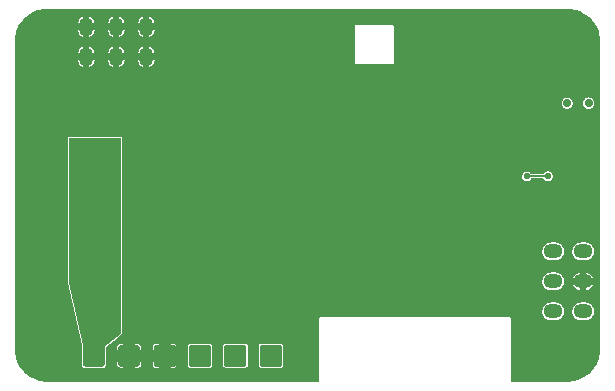
<source format=gbr>
%TF.GenerationSoftware,Altium Limited,Altium Designer,20.1.8 (145)*%
G04 Layer_Physical_Order=4*
G04 Layer_Color=16711680*
%FSLAX45Y45*%
%MOMM*%
%TF.SameCoordinates,7C767931-0862-4B48-A7A2-9337087A75ED*%
%TF.FilePolarity,Positive*%
%TF.FileFunction,Copper,L4,Bot,Signal*%
%TF.Part,Single*%
G01*
G75*
%TA.AperFunction,Conductor*%
%ADD27C,0.12700*%
%TA.AperFunction,ViaPad*%
%ADD31O,4.00000X2.40000*%
%TA.AperFunction,ComponentPad*%
%ADD32O,1.60000X1.25000*%
%ADD33O,1.25000X1.60000*%
%ADD34C,0.70000*%
G04:AMPARAMS|DCode=35|XSize=1.8mm|YSize=1.8mm|CornerRadius=0.09mm|HoleSize=0mm|Usage=FLASHONLY|Rotation=0.000|XOffset=0mm|YOffset=0mm|HoleType=Round|Shape=RoundedRectangle|*
%AMROUNDEDRECTD35*
21,1,1.80000,1.62000,0,0,0.0*
21,1,1.62000,1.80000,0,0,0.0*
1,1,0.18000,0.81000,-0.81000*
1,1,0.18000,-0.81000,-0.81000*
1,1,0.18000,-0.81000,0.81000*
1,1,0.18000,0.81000,0.81000*
%
%ADD35ROUNDEDRECTD35*%
G04:AMPARAMS|DCode=36|XSize=1.8mm|YSize=1.8mm|CornerRadius=0.18mm|HoleSize=0mm|Usage=FLASHONLY|Rotation=180.000|XOffset=0mm|YOffset=0mm|HoleType=Round|Shape=RoundedRectangle|*
%AMROUNDEDRECTD36*
21,1,1.80000,1.44000,0,0,180.0*
21,1,1.44000,1.80000,0,0,180.0*
1,1,0.36000,-0.72000,0.72000*
1,1,0.36000,0.72000,0.72000*
1,1,0.36000,0.72000,-0.72000*
1,1,0.36000,-0.72000,-0.72000*
%
%ADD36ROUNDEDRECTD36*%
%TA.AperFunction,ViaPad*%
%ADD37C,0.70000*%
%ADD38C,0.66000*%
%ADD39C,0.56000*%
%TA.AperFunction,TestPad*%
%ADD40C,1.50000*%
G36*
X4721865Y3177832D02*
X4743596Y3175260D01*
X4765058Y3170991D01*
X4786119Y3165051D01*
X4806650Y3157477D01*
X4826522Y3148316D01*
X4845615Y3137623D01*
X4863810Y3125466D01*
X4880995Y3111918D01*
X4897064Y3097064D01*
X4911918Y3080995D01*
X4925465Y3063810D01*
X4937622Y3045616D01*
X4948315Y3026523D01*
X4957476Y3006651D01*
X4965050Y2986120D01*
X4970990Y2965059D01*
X4975259Y2943597D01*
X4977831Y2921866D01*
X4977996Y2917671D01*
X4978545Y2900000D01*
X4978546Y2900000D01*
X4978546Y2882528D01*
Y300000D01*
X4978657Y299154D01*
X4977832Y278134D01*
X4975260Y256403D01*
X4970990Y234941D01*
X4965051Y213880D01*
X4957476Y193349D01*
X4948315Y173477D01*
X4937623Y154384D01*
X4925465Y136189D01*
X4911918Y119005D01*
X4897064Y102936D01*
X4880995Y88082D01*
X4863810Y74534D01*
X4845615Y62377D01*
X4826522Y51684D01*
X4806650Y42523D01*
X4786120Y34949D01*
X4765059Y29009D01*
X4743596Y24740D01*
X4721865Y22168D01*
X4700847Y21342D01*
X4699999Y21454D01*
X4224064D01*
Y554630D01*
X4223078Y559586D01*
X4220271Y563787D01*
X4216071Y566593D01*
X4211115Y567579D01*
X2611115D01*
X2606160Y566593D01*
X2601959Y563787D01*
X2599152Y559586D01*
X2598166Y554630D01*
Y21454D01*
X317589Y21453D01*
X317512Y21454D01*
X300000Y21454D01*
X282446Y21999D01*
X278135Y22168D01*
X256404Y24740D01*
X234941Y29009D01*
X213880Y34949D01*
X193350Y42523D01*
X173477Y51685D01*
X154385Y62377D01*
X136190Y74534D01*
X119005Y88082D01*
X102936Y102936D01*
X88082Y119005D01*
X74535Y136190D01*
X62377Y154385D01*
X51685Y173477D01*
X42523Y193350D01*
X34949Y213880D01*
X29010Y234941D01*
X24740Y256403D01*
X22168Y278134D01*
X21343Y299155D01*
X21454Y300000D01*
Y2900000D01*
X21342Y2900849D01*
X22168Y2921866D01*
X24740Y2943597D01*
X29009Y2965059D01*
X34949Y2986120D01*
X42523Y3006651D01*
X51684Y3026523D01*
X62377Y3045616D01*
X74534Y3063810D01*
X88082Y3080995D01*
X102936Y3097064D01*
X119005Y3111918D01*
X136189Y3125466D01*
X154384Y3137623D01*
X173477Y3148316D01*
X193349Y3157477D01*
X213880Y3165051D01*
X234941Y3170991D01*
X256403Y3175260D01*
X278134Y3177832D01*
X298851Y3178646D01*
X299610Y3178546D01*
X4699999Y3178547D01*
X4700845Y3178658D01*
X4721865Y3177832D01*
D02*
G37*
%LPC*%
G36*
X1162263Y3113150D02*
Y3055187D01*
X1207400D01*
X1207250Y3057089D01*
X1204581Y3068210D01*
X1200204Y3078776D01*
X1194228Y3088528D01*
X1186800Y3097224D01*
X1178104Y3104652D01*
X1168352Y3110628D01*
X1162263Y3113150D01*
D02*
G37*
G36*
X908263D02*
Y3055187D01*
X953400D01*
X953250Y3057089D01*
X950581Y3068210D01*
X946204Y3078776D01*
X940228Y3088528D01*
X932800Y3097224D01*
X924104Y3104652D01*
X914352Y3110628D01*
X908263Y3113150D01*
D02*
G37*
G36*
X654263D02*
Y3055187D01*
X699400D01*
X699250Y3057089D01*
X696581Y3068210D01*
X692204Y3078776D01*
X686228Y3088528D01*
X678800Y3097224D01*
X670104Y3104652D01*
X660352Y3110628D01*
X654263Y3113150D01*
D02*
G37*
G36*
X1108263D02*
X1102174Y3110628D01*
X1092422Y3104652D01*
X1083726Y3097224D01*
X1076298Y3088528D01*
X1070322Y3078776D01*
X1065945Y3068210D01*
X1063275Y3057089D01*
X1063126Y3055187D01*
X1108263D01*
Y3113150D01*
D02*
G37*
G36*
X854263D02*
X848174Y3110628D01*
X838422Y3104652D01*
X829726Y3097224D01*
X822298Y3088528D01*
X816322Y3078776D01*
X811945Y3068210D01*
X809275Y3057089D01*
X809126Y3055187D01*
X854263D01*
Y3113150D01*
D02*
G37*
G36*
X600263D02*
X594174Y3110628D01*
X584422Y3104652D01*
X575726Y3097224D01*
X568298Y3088528D01*
X562322Y3078776D01*
X557945Y3068210D01*
X555275Y3057089D01*
X555126Y3055187D01*
X600263D01*
Y3113150D01*
D02*
G37*
G36*
X699400Y3001187D02*
X654263D01*
Y2943224D01*
X660352Y2945746D01*
X670104Y2951722D01*
X678800Y2959150D01*
X686228Y2967847D01*
X692204Y2977598D01*
X696581Y2988165D01*
X699250Y2999286D01*
X699400Y3001187D01*
D02*
G37*
G36*
X1207400D02*
X1162263D01*
Y2943224D01*
X1168352Y2945746D01*
X1178104Y2951722D01*
X1186800Y2959150D01*
X1194228Y2967847D01*
X1200204Y2977598D01*
X1204581Y2988165D01*
X1207250Y2999286D01*
X1207400Y3001187D01*
D02*
G37*
G36*
X953400D02*
X908263D01*
Y2943224D01*
X914352Y2945746D01*
X924104Y2951722D01*
X932800Y2959150D01*
X940228Y2967847D01*
X946204Y2977598D01*
X950581Y2988165D01*
X953250Y2999286D01*
X953400Y3001187D01*
D02*
G37*
G36*
X1108263D02*
X1063126D01*
X1063275Y2999286D01*
X1065945Y2988165D01*
X1070322Y2977598D01*
X1076298Y2967847D01*
X1083726Y2959150D01*
X1092422Y2951722D01*
X1102174Y2945746D01*
X1108263Y2943224D01*
Y3001187D01*
D02*
G37*
G36*
X854263D02*
X809126D01*
X809275Y2999286D01*
X811945Y2988165D01*
X816322Y2977598D01*
X822298Y2967847D01*
X829726Y2959150D01*
X838422Y2951722D01*
X848174Y2945746D01*
X854263Y2943224D01*
Y3001187D01*
D02*
G37*
G36*
X600263D02*
X555126D01*
X555275Y2999286D01*
X557945Y2988165D01*
X562322Y2977598D01*
X568298Y2967847D01*
X575726Y2959150D01*
X584422Y2951722D01*
X594174Y2945746D01*
X600263Y2943224D01*
Y3001187D01*
D02*
G37*
G36*
X1162263Y2859150D02*
Y2801187D01*
X1207400D01*
X1207250Y2803089D01*
X1204581Y2814210D01*
X1200204Y2824776D01*
X1194228Y2834528D01*
X1186800Y2843224D01*
X1178104Y2850652D01*
X1168352Y2856628D01*
X1162263Y2859150D01*
D02*
G37*
G36*
X908263D02*
Y2801187D01*
X953400D01*
X953250Y2803089D01*
X950581Y2814210D01*
X946204Y2824776D01*
X940228Y2834528D01*
X932800Y2843224D01*
X924104Y2850652D01*
X914352Y2856628D01*
X908263Y2859150D01*
D02*
G37*
G36*
X654263D02*
Y2801187D01*
X699400D01*
X699250Y2803089D01*
X696581Y2814210D01*
X692204Y2824776D01*
X686228Y2834528D01*
X678800Y2843224D01*
X670104Y2850652D01*
X660352Y2856628D01*
X654263Y2859150D01*
D02*
G37*
G36*
X1108263D02*
X1102174Y2856628D01*
X1092422Y2850652D01*
X1083726Y2843224D01*
X1076298Y2834528D01*
X1070322Y2824776D01*
X1065945Y2814210D01*
X1063275Y2803089D01*
X1063126Y2801187D01*
X1108263D01*
Y2859150D01*
D02*
G37*
G36*
X854263D02*
X848174Y2856628D01*
X838422Y2850652D01*
X829726Y2843224D01*
X822298Y2834528D01*
X816322Y2824776D01*
X811945Y2814210D01*
X809275Y2803089D01*
X809126Y2801187D01*
X854263D01*
Y2859150D01*
D02*
G37*
G36*
X600263D02*
X594174Y2856628D01*
X584422Y2850652D01*
X575726Y2843224D01*
X568298Y2834528D01*
X562322Y2824776D01*
X557945Y2814210D01*
X555275Y2803089D01*
X555126Y2801187D01*
X600263D01*
Y2859150D01*
D02*
G37*
G36*
X2310171Y2817977D02*
X2303310Y2817302D01*
X2296712Y2815300D01*
X2290632Y2812050D01*
X2285303Y2807677D01*
X2280929Y2802347D01*
X2277679Y2796267D01*
X2275677Y2789669D01*
X2275002Y2782808D01*
X2275677Y2775947D01*
X2277679Y2769350D01*
X2280929Y2763269D01*
X2285303Y2757940D01*
X2290632Y2753566D01*
X2296712Y2750316D01*
X2303310Y2748315D01*
X2310171Y2747639D01*
X2317032Y2748315D01*
X2323630Y2750316D01*
X2329710Y2753566D01*
X2335039Y2757940D01*
X2339413Y2763269D01*
X2342663Y2769350D01*
X2344664Y2775947D01*
X2345340Y2782808D01*
X2344664Y2789669D01*
X2342663Y2796267D01*
X2339413Y2802347D01*
X2335039Y2807677D01*
X2329710Y2812050D01*
X2323630Y2815300D01*
X2317032Y2817302D01*
X2310171Y2817977D01*
D02*
G37*
G36*
X2912702Y3044468D02*
X2907747Y3043483D01*
X2903546Y3040676D01*
X2900739Y3036475D01*
X2899753Y3031519D01*
X2899752Y2721520D01*
X2900738Y2716564D01*
X2903545Y2712363D01*
X2907746Y2709556D01*
X2912701Y2708571D01*
X3217282Y2708570D01*
X3222237Y2709556D01*
X3226438Y2712363D01*
X3229245Y2716564D01*
X3230231Y2721519D01*
X3230232Y3031519D01*
X3229246Y3036474D01*
X3226439Y3040675D01*
X3222238Y3043482D01*
X3217283Y3044468D01*
X2912702Y3044468D01*
D02*
G37*
G36*
X953400Y2747187D02*
X908263D01*
Y2689224D01*
X914352Y2691746D01*
X924104Y2697722D01*
X932800Y2705150D01*
X940228Y2713847D01*
X946204Y2723598D01*
X950581Y2734165D01*
X953250Y2745286D01*
X953400Y2747187D01*
D02*
G37*
G36*
X699400D02*
X654263D01*
Y2689224D01*
X660352Y2691746D01*
X670104Y2697722D01*
X678800Y2705150D01*
X686228Y2713847D01*
X692204Y2723598D01*
X696581Y2734165D01*
X699250Y2745286D01*
X699400Y2747187D01*
D02*
G37*
G36*
X1207400D02*
X1162263D01*
Y2689224D01*
X1168352Y2691746D01*
X1178104Y2697722D01*
X1186800Y2705150D01*
X1194228Y2713847D01*
X1200204Y2723598D01*
X1204581Y2734165D01*
X1207250Y2745286D01*
X1207400Y2747187D01*
D02*
G37*
G36*
X1108263D02*
X1063126D01*
X1063275Y2745286D01*
X1065945Y2734165D01*
X1070322Y2723598D01*
X1076298Y2713847D01*
X1083726Y2705150D01*
X1092422Y2697722D01*
X1102174Y2691746D01*
X1108263Y2689224D01*
Y2747187D01*
D02*
G37*
G36*
X854263D02*
X809126D01*
X809275Y2745286D01*
X811945Y2734165D01*
X816322Y2723598D01*
X822298Y2713847D01*
X829726Y2705150D01*
X838422Y2697722D01*
X848174Y2691746D01*
X854263Y2689224D01*
Y2747187D01*
D02*
G37*
G36*
X600263D02*
X555126D01*
X555275Y2745286D01*
X557945Y2734165D01*
X562322Y2723598D01*
X568298Y2713847D01*
X575726Y2705150D01*
X584422Y2697722D01*
X594174Y2691746D01*
X600263Y2689224D01*
Y2747187D01*
D02*
G37*
G36*
X4880016Y2427931D02*
X4870665Y2427010D01*
X4861674Y2424282D01*
X4853387Y2419853D01*
X4846124Y2413892D01*
X4840163Y2406629D01*
X4835734Y2398342D01*
X4833006Y2389351D01*
X4832085Y2380000D01*
X4833006Y2370649D01*
X4835734Y2361658D01*
X4840163Y2353371D01*
X4846124Y2346108D01*
X4853387Y2340147D01*
X4861674Y2335718D01*
X4870665Y2332990D01*
X4880016Y2332069D01*
X4889367Y2332990D01*
X4898359Y2335718D01*
X4906645Y2340147D01*
X4913908Y2346108D01*
X4919869Y2353371D01*
X4924299Y2361658D01*
X4927026Y2370649D01*
X4927947Y2380000D01*
X4927026Y2389351D01*
X4924299Y2398342D01*
X4919869Y2406629D01*
X4913908Y2413892D01*
X4906645Y2419853D01*
X4898359Y2424282D01*
X4889367Y2427010D01*
X4880016Y2427931D01*
D02*
G37*
G36*
X4700016D02*
X4690665Y2427010D01*
X4681674Y2424282D01*
X4673387Y2419853D01*
X4666124Y2413892D01*
X4660163Y2406629D01*
X4655734Y2398342D01*
X4653006Y2389351D01*
X4652085Y2380000D01*
X4653006Y2370649D01*
X4655734Y2361658D01*
X4660163Y2353371D01*
X4666124Y2346108D01*
X4673387Y2340147D01*
X4681674Y2335718D01*
X4690665Y2332990D01*
X4700016Y2332069D01*
X4709367Y2332990D01*
X4718358Y2335718D01*
X4726645Y2340147D01*
X4733908Y2346108D01*
X4739869Y2353371D01*
X4744298Y2361658D01*
X4747026Y2370649D01*
X4747947Y2380000D01*
X4747026Y2389351D01*
X4744298Y2398342D01*
X4739869Y2406629D01*
X4733908Y2413892D01*
X4726645Y2419853D01*
X4718358Y2424282D01*
X4709367Y2427010D01*
X4700016Y2427931D01*
D02*
G37*
G36*
X4535750Y1802673D02*
X4527771Y1801887D01*
X4520099Y1799560D01*
X4513029Y1795780D01*
X4506831Y1790694D01*
X4501745Y1784497D01*
X4498502Y1778428D01*
X4393840D01*
X4391954Y1781957D01*
X4386868Y1788154D01*
X4380671Y1793240D01*
X4373600Y1797020D01*
X4365929Y1799347D01*
X4357950Y1800133D01*
X4349971Y1799347D01*
X4342299Y1797020D01*
X4335229Y1793240D01*
X4329031Y1788154D01*
X4323945Y1781957D01*
X4320166Y1774886D01*
X4317839Y1767214D01*
X4317053Y1759236D01*
X4317839Y1751257D01*
X4320166Y1743585D01*
X4323945Y1736515D01*
X4329031Y1730317D01*
X4335229Y1725231D01*
X4342299Y1721452D01*
X4349971Y1719125D01*
X4357950Y1718339D01*
X4365929Y1719125D01*
X4373600Y1721452D01*
X4380671Y1725231D01*
X4386868Y1730317D01*
X4391954Y1736515D01*
X4395734Y1743585D01*
X4396200Y1745123D01*
X4498502D01*
X4501745Y1739055D01*
X4506831Y1732857D01*
X4513029Y1727771D01*
X4520099Y1723992D01*
X4527771Y1721665D01*
X4535750Y1720879D01*
X4543729Y1721665D01*
X4551400Y1723992D01*
X4558471Y1727771D01*
X4564668Y1732857D01*
X4569754Y1739055D01*
X4573534Y1746125D01*
X4575861Y1753797D01*
X4576647Y1761776D01*
X4575861Y1769754D01*
X4573534Y1777426D01*
X4569754Y1784497D01*
X4564668Y1790694D01*
X4558471Y1795780D01*
X4551400Y1799560D01*
X4543729Y1801887D01*
X4535750Y1802673D01*
D02*
G37*
G36*
X4852360Y1200453D02*
X4817360D01*
X4805560Y1199524D01*
X4794051Y1196761D01*
X4783115Y1192231D01*
X4773022Y1186046D01*
X4764022Y1178359D01*
X4756334Y1169358D01*
X4750150Y1159266D01*
X4745620Y1148330D01*
X4742857Y1136820D01*
X4741928Y1125020D01*
X4742857Y1113220D01*
X4745620Y1101710D01*
X4750150Y1090775D01*
X4756334Y1080682D01*
X4764022Y1071681D01*
X4773022Y1063994D01*
X4783115Y1057809D01*
X4794051Y1053280D01*
X4805560Y1050516D01*
X4817360Y1049588D01*
X4852360D01*
X4864160Y1050516D01*
X4875670Y1053280D01*
X4886606Y1057809D01*
X4896698Y1063994D01*
X4905699Y1071681D01*
X4913386Y1080682D01*
X4919571Y1090775D01*
X4924101Y1101710D01*
X4926864Y1113220D01*
X4927793Y1125020D01*
X4926864Y1136820D01*
X4924101Y1148330D01*
X4919571Y1159266D01*
X4913386Y1169358D01*
X4905699Y1178359D01*
X4896698Y1186046D01*
X4886606Y1192231D01*
X4875670Y1196761D01*
X4864160Y1199524D01*
X4852360Y1200453D01*
D02*
G37*
G36*
X4598360D02*
X4563360D01*
X4551560Y1199524D01*
X4540051Y1196761D01*
X4529115Y1192231D01*
X4519022Y1186046D01*
X4510022Y1178359D01*
X4502334Y1169358D01*
X4496150Y1159266D01*
X4491620Y1148330D01*
X4488857Y1136820D01*
X4487928Y1125020D01*
X4488857Y1113220D01*
X4491620Y1101710D01*
X4496150Y1090775D01*
X4502334Y1080682D01*
X4510022Y1071681D01*
X4519022Y1063994D01*
X4529115Y1057809D01*
X4540051Y1053280D01*
X4551560Y1050516D01*
X4563360Y1049588D01*
X4598360D01*
X4610160Y1050516D01*
X4621670Y1053280D01*
X4632606Y1057809D01*
X4642698Y1063994D01*
X4651699Y1071681D01*
X4659386Y1080682D01*
X4665571Y1090775D01*
X4670101Y1101710D01*
X4672864Y1113220D01*
X4673793Y1125020D01*
X4672864Y1136820D01*
X4670101Y1148330D01*
X4665571Y1159266D01*
X4659386Y1169358D01*
X4651699Y1178359D01*
X4642698Y1186046D01*
X4632606Y1192231D01*
X4621670Y1196761D01*
X4610160Y1199524D01*
X4598360Y1200453D01*
D02*
G37*
G36*
X4861860Y943157D02*
Y898012D01*
X4919827D01*
X4917301Y904109D01*
X4911325Y913861D01*
X4903897Y922557D01*
X4895201Y929985D01*
X4885449Y935961D01*
X4874883Y940338D01*
X4863762Y943008D01*
X4861860Y943157D01*
D02*
G37*
G36*
X4807860D02*
X4805959Y943008D01*
X4794838Y940338D01*
X4784271Y935961D01*
X4774520Y929985D01*
X4765823Y922557D01*
X4758395Y913861D01*
X4752420Y904109D01*
X4749894Y898012D01*
X4807860D01*
Y943157D01*
D02*
G37*
G36*
X4919820Y844012D02*
X4861860D01*
Y798883D01*
X4863762Y799033D01*
X4874883Y801702D01*
X4885449Y806079D01*
X4895201Y812055D01*
X4903897Y819483D01*
X4911325Y828179D01*
X4917301Y837931D01*
X4919820Y844012D01*
D02*
G37*
G36*
X4807860D02*
X4749901D01*
X4752420Y837931D01*
X4758395Y828179D01*
X4765823Y819483D01*
X4774520Y812055D01*
X4784271Y806079D01*
X4794838Y801702D01*
X4805959Y799033D01*
X4807860Y798883D01*
Y844012D01*
D02*
G37*
G36*
X4598360Y946453D02*
X4563360D01*
X4551560Y945524D01*
X4540051Y942761D01*
X4529115Y938231D01*
X4519022Y932046D01*
X4510022Y924359D01*
X4502334Y915358D01*
X4496150Y905266D01*
X4491620Y894330D01*
X4488857Y882820D01*
X4487928Y871020D01*
X4488857Y859220D01*
X4491620Y847710D01*
X4496150Y836775D01*
X4502334Y826682D01*
X4510022Y817681D01*
X4519022Y809994D01*
X4529115Y803809D01*
X4540051Y799280D01*
X4551560Y796516D01*
X4563360Y795588D01*
X4598360D01*
X4610160Y796516D01*
X4621670Y799280D01*
X4632606Y803809D01*
X4642698Y809994D01*
X4651699Y817681D01*
X4659386Y826682D01*
X4665571Y836775D01*
X4670101Y847710D01*
X4672864Y859220D01*
X4673793Y871020D01*
X4672864Y882820D01*
X4670101Y894330D01*
X4665571Y905266D01*
X4659386Y915358D01*
X4651699Y924359D01*
X4642698Y932046D01*
X4632606Y938231D01*
X4621670Y942761D01*
X4610160Y945524D01*
X4598360Y946453D01*
D02*
G37*
G36*
X4852360Y692453D02*
X4817360D01*
X4805560Y691524D01*
X4794051Y688761D01*
X4783115Y684231D01*
X4773022Y678046D01*
X4764022Y670359D01*
X4756334Y661358D01*
X4750150Y651266D01*
X4745620Y640330D01*
X4742857Y628820D01*
X4741928Y617020D01*
X4742857Y605220D01*
X4745620Y593710D01*
X4750150Y582775D01*
X4756334Y572682D01*
X4764022Y563681D01*
X4773022Y555994D01*
X4783115Y549809D01*
X4794051Y545280D01*
X4805560Y542516D01*
X4817360Y541588D01*
X4852360D01*
X4864160Y542516D01*
X4875670Y545280D01*
X4886606Y549809D01*
X4896698Y555994D01*
X4905699Y563681D01*
X4913386Y572682D01*
X4919571Y582775D01*
X4924101Y593710D01*
X4926864Y605220D01*
X4927793Y617020D01*
X4926864Y628820D01*
X4924101Y640330D01*
X4919571Y651266D01*
X4913386Y661358D01*
X4905699Y670359D01*
X4896698Y678046D01*
X4886606Y684231D01*
X4875670Y688761D01*
X4864160Y691524D01*
X4852360Y692453D01*
D02*
G37*
G36*
X4598360D02*
X4563360D01*
X4551560Y691524D01*
X4540051Y688761D01*
X4529115Y684231D01*
X4519022Y678046D01*
X4510022Y670359D01*
X4502334Y661358D01*
X4496150Y651266D01*
X4491620Y640330D01*
X4488857Y628820D01*
X4487928Y617020D01*
X4488857Y605220D01*
X4491620Y593710D01*
X4496150Y582775D01*
X4502334Y572682D01*
X4510022Y563681D01*
X4519022Y555994D01*
X4529115Y549809D01*
X4540051Y545280D01*
X4551560Y542516D01*
X4563360Y541588D01*
X4598360D01*
X4610160Y542516D01*
X4621670Y545280D01*
X4632606Y549809D01*
X4642698Y555994D01*
X4651699Y563681D01*
X4659386Y572682D01*
X4665571Y582775D01*
X4670101Y593710D01*
X4672864Y605220D01*
X4673793Y617020D01*
X4672864Y628820D01*
X4670101Y640330D01*
X4665571Y651266D01*
X4659386Y661358D01*
X4651699Y670359D01*
X4642698Y678046D01*
X4632606Y684231D01*
X4621670Y688761D01*
X4610160Y691524D01*
X4598360Y692453D01*
D02*
G37*
G36*
X1371834Y341625D02*
X1341634D01*
Y292100D01*
X1391159D01*
Y322300D01*
X1390501Y327302D01*
X1388570Y331963D01*
X1385499Y335965D01*
X1381497Y339036D01*
X1376836Y340967D01*
X1371834Y341625D01*
D02*
G37*
G36*
X1240034D02*
X1209834D01*
X1204832Y340967D01*
X1200172Y339036D01*
X1196169Y335965D01*
X1193098Y331963D01*
X1191167Y327302D01*
X1190509Y322300D01*
Y292100D01*
X1240034D01*
Y341625D01*
D02*
G37*
G36*
X1062880Y341703D02*
X1041674D01*
Y292098D01*
X1091283D01*
Y313300D01*
X1090315Y320651D01*
X1087478Y327501D01*
X1082964Y333384D01*
X1077081Y337898D01*
X1070231Y340735D01*
X1062880Y341703D01*
D02*
G37*
G36*
X940074D02*
X918880D01*
X911529Y340735D01*
X904679Y337898D01*
X898796Y333384D01*
X894282Y327501D01*
X891445Y320651D01*
X890477Y313300D01*
Y292098D01*
X940074D01*
Y341703D01*
D02*
G37*
G36*
X1391159Y190500D02*
X1341634D01*
Y140975D01*
X1371834D01*
X1376836Y141633D01*
X1381497Y143564D01*
X1385499Y146635D01*
X1388570Y150637D01*
X1390501Y155298D01*
X1391159Y160300D01*
Y190500D01*
D02*
G37*
G36*
X1240034D02*
X1190509D01*
Y160300D01*
X1191167Y155298D01*
X1193098Y150637D01*
X1196169Y146635D01*
X1200172Y143564D01*
X1204832Y141633D01*
X1209834Y140975D01*
X1240034D01*
Y190500D01*
D02*
G37*
G36*
X1091283Y190498D02*
X1041674D01*
Y140897D01*
X1062880D01*
X1070231Y141865D01*
X1077081Y144702D01*
X1082964Y149216D01*
X1087478Y155099D01*
X1090315Y161949D01*
X1091283Y169300D01*
Y190498D01*
D02*
G37*
G36*
X940074D02*
X890477D01*
Y169300D01*
X891445Y161949D01*
X894282Y155099D01*
X898796Y149216D01*
X904679Y144702D01*
X911529Y141865D01*
X918880Y140897D01*
X940074D01*
Y190498D01*
D02*
G37*
G36*
X922893Y2092024D02*
X483771D01*
X479807Y2091236D01*
X476446Y2088990D01*
X474200Y2085629D01*
X473412Y2081665D01*
X473406Y859398D01*
X473625Y858297D01*
X473647Y857176D01*
X589840Y328007D01*
Y323326D01*
X588624Y319318D01*
X588032Y313300D01*
Y169300D01*
X588624Y163282D01*
X589841Y159272D01*
Y151000D01*
X590629Y147036D01*
X592875Y143675D01*
X596236Y141429D01*
X600200Y140641D01*
X607599D01*
X612862Y139044D01*
X618880Y138452D01*
X762880D01*
X768898Y139044D01*
X774162Y140641D01*
X780201D01*
X784165Y141429D01*
X787526Y143675D01*
X789772Y147036D01*
X790560Y151000D01*
Y155961D01*
X791380Y157495D01*
X793136Y163282D01*
X793728Y169300D01*
Y313300D01*
X793533Y315281D01*
X895786Y395246D01*
X896201Y395728D01*
X896730Y396081D01*
X930232Y429583D01*
X932477Y432944D01*
X933266Y436908D01*
X933266Y436910D01*
X933252Y2081665D01*
X932464Y2085629D01*
X930218Y2088990D01*
X926857Y2091236D01*
X922893Y2092024D01*
D02*
G37*
G36*
X2271834Y344187D02*
X2109834D01*
X2104170Y343441D01*
X2098891Y341255D01*
X2094358Y337776D01*
X2090879Y333243D01*
X2088693Y327965D01*
X2087947Y322300D01*
Y160300D01*
X2088693Y154635D01*
X2090879Y149357D01*
X2094358Y144824D01*
X2098891Y141345D01*
X2104170Y139159D01*
X2109834Y138413D01*
X2271834D01*
X2277499Y139159D01*
X2282778Y141345D01*
X2287310Y144824D01*
X2290789Y149357D01*
X2292975Y154635D01*
X2293721Y160300D01*
Y322300D01*
X2292975Y327965D01*
X2290789Y333243D01*
X2287310Y337776D01*
X2282778Y341255D01*
X2277499Y343441D01*
X2271834Y344187D01*
D02*
G37*
G36*
X1971834D02*
X1809834D01*
X1804170Y343441D01*
X1798891Y341255D01*
X1794358Y337776D01*
X1790880Y333243D01*
X1788693Y327965D01*
X1787947Y322300D01*
Y160300D01*
X1788693Y154635D01*
X1790880Y149357D01*
X1794358Y144824D01*
X1798891Y141345D01*
X1804170Y139159D01*
X1809834Y138413D01*
X1971834D01*
X1977499Y139159D01*
X1982778Y141345D01*
X1987310Y144824D01*
X1990789Y149357D01*
X1992975Y154635D01*
X1993721Y160300D01*
Y322300D01*
X1992975Y327965D01*
X1990789Y333243D01*
X1987310Y337776D01*
X1982778Y341255D01*
X1977499Y343441D01*
X1971834Y344187D01*
D02*
G37*
G36*
X1671834D02*
X1509834D01*
X1504169Y343441D01*
X1498891Y341255D01*
X1494358Y337776D01*
X1490879Y333243D01*
X1488693Y327965D01*
X1487947Y322300D01*
Y160300D01*
X1488693Y154635D01*
X1490879Y149357D01*
X1494358Y144824D01*
X1498891Y141345D01*
X1504169Y139159D01*
X1509834Y138413D01*
X1671834D01*
X1677499Y139159D01*
X1682777Y141345D01*
X1687310Y144824D01*
X1690789Y149357D01*
X1692975Y154635D01*
X1693721Y160300D01*
Y322300D01*
X1692975Y327965D01*
X1690789Y333243D01*
X1687310Y337776D01*
X1682777Y341255D01*
X1677499Y343441D01*
X1671834Y344187D01*
D02*
G37*
%LPD*%
G36*
X922907Y436908D02*
X889405Y403406D01*
X780201Y318005D01*
Y151000D01*
X600200Y151000D01*
X600199Y329131D01*
X483765Y859398D01*
X483771Y2081665D01*
X922893D01*
X922907Y436908D01*
D02*
G37*
D27*
X4357950Y1761776D02*
X4535750D01*
D31*
X232500Y1345042D02*
D03*
X4767500D02*
D03*
Y1955020D02*
D03*
X232500D02*
D03*
D32*
X4580860Y1125020D02*
D03*
Y871020D02*
D03*
Y617020D02*
D03*
X4834860D02*
D03*
Y871020D02*
D03*
Y1125020D02*
D03*
D33*
X1135263Y2774187D02*
D03*
X881263D02*
D03*
X627263D02*
D03*
Y3028187D02*
D03*
X881263D02*
D03*
X1135263D02*
D03*
D34*
X4880016Y2380000D02*
D03*
X4700016D02*
D03*
D35*
X2190834Y241300D02*
D03*
X1290834D02*
D03*
X1590834D02*
D03*
X1890834D02*
D03*
D36*
X690880D02*
D03*
X990880D02*
D03*
D37*
X2310171Y2782808D02*
D03*
D38*
X2345977Y3063865D02*
D03*
X3164955Y3088932D02*
D03*
X3266047Y3140829D02*
D03*
X2675159Y2633240D02*
D03*
X2050518Y1578682D02*
D03*
X2569835Y2349602D02*
D03*
X2732395D02*
D03*
X2651115D02*
D03*
X2552034Y173797D02*
D03*
Y275291D02*
D03*
X2316823Y2226081D02*
D03*
X2253546Y2478694D02*
D03*
X2316823Y2084368D02*
D03*
X3465551Y2552274D02*
D03*
X3548213D02*
D03*
Y2749454D02*
D03*
X3465551D02*
D03*
X3713537Y2552274D02*
D03*
X3796199D02*
D03*
Y2749454D02*
D03*
X3713537D02*
D03*
X3878861Y2552274D02*
D03*
Y2749454D02*
D03*
X3630875Y2552274D02*
D03*
Y2749454D02*
D03*
X1011197Y635946D02*
D03*
X418989Y598298D02*
D03*
X246527D02*
D03*
X418989Y768591D02*
D03*
X246527D02*
D03*
X332909Y597334D02*
D03*
Y768591D02*
D03*
X418989Y682174D02*
D03*
X246527D02*
D03*
X1800827Y3000409D02*
D03*
X1710601D02*
D03*
X1620375D02*
D03*
X1530148D02*
D03*
X1439922D02*
D03*
X1349696D02*
D03*
X1894508Y1238215D02*
D03*
X1892300Y1922780D02*
D03*
X4244480Y2597005D02*
D03*
Y2427278D02*
D03*
X2688694Y3087156D02*
D03*
X2272071Y3143426D02*
D03*
X1349696Y2800467D02*
D03*
X1439922D02*
D03*
X1530148D02*
D03*
X1620375D02*
D03*
X1710601D02*
D03*
X1800827D02*
D03*
X2651115Y2157719D02*
D03*
X2732395D02*
D03*
X2569835D02*
D03*
X2512599Y2419373D02*
D03*
X2593879D02*
D03*
X2675159D02*
D03*
X2552034Y72304D02*
D03*
X3081820Y604320D02*
D03*
X2854312D02*
D03*
X2626804D02*
D03*
X3309329D02*
D03*
X3536837D02*
D03*
X3764345D02*
D03*
X3991854D02*
D03*
X4219362D02*
D03*
X4291495Y80349D02*
D03*
Y188827D02*
D03*
Y297305D02*
D03*
Y405784D02*
D03*
Y514262D02*
D03*
X2552034Y478277D02*
D03*
Y376784D02*
D03*
X2514977Y2253660D02*
D03*
X2787254D02*
D03*
X2493879Y2526059D02*
D03*
X2693879D02*
D03*
X866101Y2029040D02*
D03*
X796176D02*
D03*
X726251D02*
D03*
Y1940250D02*
D03*
Y1851460D02*
D03*
X796176D02*
D03*
X866101D02*
D03*
X2512599Y2633240D02*
D03*
X2593879D02*
D03*
X2058138Y1461312D02*
D03*
X4825823Y2317340D02*
D03*
Y2442918D02*
D03*
X2120158Y958265D02*
D03*
X2020038Y384697D02*
D03*
X1011197Y849972D02*
D03*
Y1095462D02*
D03*
Y2065969D02*
D03*
Y2267553D02*
D03*
Y1813725D02*
D03*
Y1338692D02*
D03*
Y1569389D02*
D03*
X726251Y1226536D02*
D03*
Y1139380D02*
D03*
Y1313692D02*
D03*
Y525690D02*
D03*
Y431800D02*
D03*
Y619580D02*
D03*
X2455722Y1280354D02*
D03*
X2020038Y722094D02*
D03*
X796176Y1313692D02*
D03*
X866101D02*
D03*
Y432080D02*
D03*
X796176Y619580D02*
D03*
X866101D02*
D03*
Y1139380D02*
D03*
X796176D02*
D03*
Y431800D02*
D03*
D39*
X4357950Y1759236D02*
D03*
X4535750Y1761776D02*
D03*
D40*
X2307631Y2785348D02*
D03*
%TF.MD5,abecd61d3a5fa08f8a3d4950955d12eb*%
M02*

</source>
